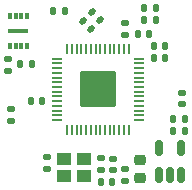
<source format=gts>
G04 #@! TF.GenerationSoftware,KiCad,Pcbnew,6.0.10-86aedd382b~118~ubuntu22.04.1*
G04 #@! TF.CreationDate,2023-02-01T12:07:48+01:00*
G04 #@! TF.ProjectId,rpcube,72706375-6265-42e6-9b69-6361645f7063,rev?*
G04 #@! TF.SameCoordinates,Original*
G04 #@! TF.FileFunction,Soldermask,Top*
G04 #@! TF.FilePolarity,Negative*
%FSLAX46Y46*%
G04 Gerber Fmt 4.6, Leading zero omitted, Abs format (unit mm)*
G04 Created by KiCad (PCBNEW 6.0.10-86aedd382b~118~ubuntu22.04.1) date 2023-02-01 12:07:48*
%MOMM*%
%LPD*%
G01*
G04 APERTURE LIST*
G04 Aperture macros list*
%AMRoundRect*
0 Rectangle with rounded corners*
0 $1 Rounding radius*
0 $2 $3 $4 $5 $6 $7 $8 $9 X,Y pos of 4 corners*
0 Add a 4 corners polygon primitive as box body*
4,1,4,$2,$3,$4,$5,$6,$7,$8,$9,$2,$3,0*
0 Add four circle primitives for the rounded corners*
1,1,$1+$1,$2,$3*
1,1,$1+$1,$4,$5*
1,1,$1+$1,$6,$7*
1,1,$1+$1,$8,$9*
0 Add four rect primitives between the rounded corners*
20,1,$1+$1,$2,$3,$4,$5,0*
20,1,$1+$1,$4,$5,$6,$7,0*
20,1,$1+$1,$6,$7,$8,$9,0*
20,1,$1+$1,$8,$9,$2,$3,0*%
G04 Aperture macros list end*
%ADD10RoundRect,0.140000X0.219203X0.021213X0.021213X0.219203X-0.219203X-0.021213X-0.021213X-0.219203X0*%
%ADD11RoundRect,0.135000X-0.135000X-0.185000X0.135000X-0.185000X0.135000X0.185000X-0.135000X0.185000X0*%
%ADD12RoundRect,0.140000X-0.170000X0.140000X-0.170000X-0.140000X0.170000X-0.140000X0.170000X0.140000X0*%
%ADD13RoundRect,0.135000X-0.185000X0.135000X-0.185000X-0.135000X0.185000X-0.135000X0.185000X0.135000X0*%
%ADD14RoundRect,0.140000X0.140000X0.170000X-0.140000X0.170000X-0.140000X-0.170000X0.140000X-0.170000X0*%
%ADD15RoundRect,0.140000X0.170000X-0.140000X0.170000X0.140000X-0.170000X0.140000X-0.170000X-0.140000X0*%
%ADD16RoundRect,0.150000X0.150000X-0.512500X0.150000X0.512500X-0.150000X0.512500X-0.150000X-0.512500X0*%
%ADD17RoundRect,0.140000X-0.140000X-0.170000X0.140000X-0.170000X0.140000X0.170000X-0.140000X0.170000X0*%
%ADD18R,1.150000X1.000000*%
%ADD19RoundRect,0.050000X-0.387500X-0.050000X0.387500X-0.050000X0.387500X0.050000X-0.387500X0.050000X0*%
%ADD20RoundRect,0.050000X-0.050000X-0.387500X0.050000X-0.387500X0.050000X0.387500X-0.050000X0.387500X0*%
%ADD21RoundRect,0.137160X-1.386840X-1.386840X1.386840X-1.386840X1.386840X1.386840X-1.386840X1.386840X0*%
%ADD22RoundRect,0.225000X0.250000X-0.225000X0.250000X0.225000X-0.250000X0.225000X-0.250000X-0.225000X0*%
%ADD23RoundRect,0.135000X0.135000X0.185000X-0.135000X0.185000X-0.135000X-0.185000X0.135000X-0.185000X0*%
%ADD24R,0.300000X0.600000*%
%ADD25R,1.700000X0.300000*%
G04 APERTURE END LIST*
D10*
X84667411Y-61553411D03*
X83988589Y-60874589D03*
D11*
X77848999Y-65315633D03*
X78868999Y-65315633D03*
D12*
X77089000Y-69116000D03*
X77089000Y-70076000D03*
D13*
X76869593Y-64883468D03*
X76869593Y-65903468D03*
D14*
X88773000Y-62738000D03*
X87813000Y-62738000D03*
D15*
X86731618Y-62796954D03*
X86731618Y-61836954D03*
D16*
X89601000Y-74670500D03*
X90551000Y-74670500D03*
X91501000Y-74670500D03*
X91501000Y-72395500D03*
X89601000Y-72395500D03*
D17*
X89182000Y-63754000D03*
X90142000Y-63754000D03*
D15*
X91567000Y-68679000D03*
X91567000Y-67719000D03*
D12*
X85725000Y-73335000D03*
X85725000Y-74295000D03*
D14*
X79728000Y-68453000D03*
X78768000Y-68453000D03*
D15*
X80137000Y-74140000D03*
X80137000Y-73180000D03*
D18*
X83298000Y-73341000D03*
X81548000Y-73341000D03*
X81548000Y-74741000D03*
X83298000Y-74741000D03*
D17*
X89182000Y-64770000D03*
X90142000Y-64770000D03*
X90833000Y-70993000D03*
X91793000Y-70993000D03*
D19*
X81017500Y-64837000D03*
X81017500Y-65237000D03*
X81017500Y-65637000D03*
X81017500Y-66037000D03*
X81017500Y-66437000D03*
X81017500Y-66837000D03*
X81017500Y-67237000D03*
X81017500Y-67637000D03*
X81017500Y-68037000D03*
X81017500Y-68437000D03*
X81017500Y-68837000D03*
X81017500Y-69237000D03*
X81017500Y-69637000D03*
X81017500Y-70037000D03*
D20*
X81855000Y-70874500D03*
X82255000Y-70874500D03*
X82655000Y-70874500D03*
X83055000Y-70874500D03*
X83455000Y-70874500D03*
X83855000Y-70874500D03*
X84255000Y-70874500D03*
X84655000Y-70874500D03*
X85055000Y-70874500D03*
X85455000Y-70874500D03*
X85855000Y-70874500D03*
X86255000Y-70874500D03*
X86655000Y-70874500D03*
X87055000Y-70874500D03*
D19*
X87892500Y-70037000D03*
X87892500Y-69637000D03*
X87892500Y-69237000D03*
X87892500Y-68837000D03*
X87892500Y-68437000D03*
X87892500Y-68037000D03*
X87892500Y-67637000D03*
X87892500Y-67237000D03*
X87892500Y-66837000D03*
X87892500Y-66437000D03*
X87892500Y-66037000D03*
X87892500Y-65637000D03*
X87892500Y-65237000D03*
X87892500Y-64837000D03*
D20*
X87055000Y-63999500D03*
X86655000Y-63999500D03*
X86255000Y-63999500D03*
X85855000Y-63999500D03*
X85455000Y-63999500D03*
X85055000Y-63999500D03*
X84655000Y-63999500D03*
X84255000Y-63999500D03*
X83855000Y-63999500D03*
X83455000Y-63999500D03*
X83055000Y-63999500D03*
X82655000Y-63999500D03*
X82255000Y-63999500D03*
X81855000Y-63999500D03*
D21*
X84455000Y-67437000D03*
D13*
X84709000Y-73243000D03*
X84709000Y-74263000D03*
D17*
X90833000Y-69977000D03*
X91793000Y-69977000D03*
D12*
X86782650Y-74196000D03*
X86782650Y-75156000D03*
D22*
X88011000Y-74943000D03*
X88011000Y-73393000D03*
D23*
X89410000Y-61595000D03*
X88390000Y-61595000D03*
D17*
X84700939Y-75263890D03*
X85660939Y-75263890D03*
D23*
X89410000Y-60579000D03*
X88390000Y-60579000D03*
D17*
X80673000Y-60833000D03*
X81633000Y-60833000D03*
D10*
X83905411Y-62315411D03*
X83226589Y-61636589D03*
D24*
X76974000Y-63734000D03*
X77474000Y-63734000D03*
X77974000Y-63734000D03*
X78474000Y-63734000D03*
X78474000Y-61234000D03*
X77974000Y-61234000D03*
X77474000Y-61234000D03*
X76974000Y-61234000D03*
D25*
X77724000Y-62484000D03*
M02*

</source>
